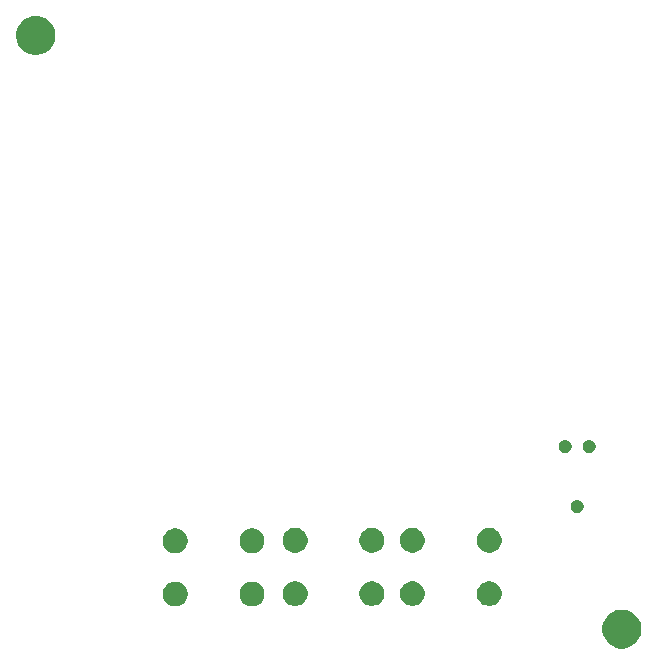
<source format=gbr>
G04 #@! TF.GenerationSoftware,KiCad,Pcbnew,(5.1.5)-3*
G04 #@! TF.CreationDate,2020-02-29T16:25:42-03:00*
G04 #@! TF.ProjectId,BKR01AT,424b5230-3141-4542-9e6b-696361645f70,rev?*
G04 #@! TF.SameCoordinates,Original*
G04 #@! TF.FileFunction,Soldermask,Bot*
G04 #@! TF.FilePolarity,Negative*
%FSLAX46Y46*%
G04 Gerber Fmt 4.6, Leading zero omitted, Abs format (unit mm)*
G04 Created by KiCad (PCBNEW (5.1.5)-3) date 2020-02-29 16:25:42*
%MOMM*%
%LPD*%
G04 APERTURE LIST*
%ADD10C,0.100000*%
G04 APERTURE END LIST*
D10*
G36*
X174631956Y-112348398D02*
G01*
X174738279Y-112369547D01*
X175038742Y-112494003D01*
X175309151Y-112674685D01*
X175539115Y-112904649D01*
X175719797Y-113175058D01*
X175844253Y-113475521D01*
X175907700Y-113794491D01*
X175907700Y-114119709D01*
X175844253Y-114438679D01*
X175719797Y-114739142D01*
X175539115Y-115009551D01*
X175309151Y-115239515D01*
X175038742Y-115420197D01*
X174738279Y-115544653D01*
X174631956Y-115565802D01*
X174419311Y-115608100D01*
X174094089Y-115608100D01*
X173881444Y-115565802D01*
X173775121Y-115544653D01*
X173474658Y-115420197D01*
X173204249Y-115239515D01*
X172974285Y-115009551D01*
X172793603Y-114739142D01*
X172669147Y-114438679D01*
X172605700Y-114119709D01*
X172605700Y-113794491D01*
X172669147Y-113475521D01*
X172793603Y-113175058D01*
X172974285Y-112904649D01*
X173204249Y-112674685D01*
X173474658Y-112494003D01*
X173775121Y-112369547D01*
X173881444Y-112348398D01*
X174094089Y-112306100D01*
X174419311Y-112306100D01*
X174631956Y-112348398D01*
G37*
G36*
X143255364Y-109978889D02*
G01*
X143446633Y-110058115D01*
X143446635Y-110058116D01*
X143618773Y-110173135D01*
X143765165Y-110319527D01*
X143854728Y-110453567D01*
X143880185Y-110491667D01*
X143959411Y-110682936D01*
X143999800Y-110885984D01*
X143999800Y-111093016D01*
X143959411Y-111296064D01*
X143880185Y-111487333D01*
X143880184Y-111487335D01*
X143765165Y-111659473D01*
X143618773Y-111805865D01*
X143446635Y-111920884D01*
X143446634Y-111920885D01*
X143446633Y-111920885D01*
X143255364Y-112000111D01*
X143052316Y-112040500D01*
X142845284Y-112040500D01*
X142642236Y-112000111D01*
X142450967Y-111920885D01*
X142450966Y-111920885D01*
X142450965Y-111920884D01*
X142278827Y-111805865D01*
X142132435Y-111659473D01*
X142017416Y-111487335D01*
X142017415Y-111487333D01*
X141938189Y-111296064D01*
X141897800Y-111093016D01*
X141897800Y-110885984D01*
X141938189Y-110682936D01*
X142017415Y-110491667D01*
X142042873Y-110453567D01*
X142132435Y-110319527D01*
X142278827Y-110173135D01*
X142450965Y-110058116D01*
X142450967Y-110058115D01*
X142642236Y-109978889D01*
X142845284Y-109938500D01*
X143052316Y-109938500D01*
X143255364Y-109978889D01*
G37*
G36*
X136755364Y-109978889D02*
G01*
X136946633Y-110058115D01*
X136946635Y-110058116D01*
X137118773Y-110173135D01*
X137265165Y-110319527D01*
X137354728Y-110453567D01*
X137380185Y-110491667D01*
X137459411Y-110682936D01*
X137499800Y-110885984D01*
X137499800Y-111093016D01*
X137459411Y-111296064D01*
X137380185Y-111487333D01*
X137380184Y-111487335D01*
X137265165Y-111659473D01*
X137118773Y-111805865D01*
X136946635Y-111920884D01*
X136946634Y-111920885D01*
X136946633Y-111920885D01*
X136755364Y-112000111D01*
X136552316Y-112040500D01*
X136345284Y-112040500D01*
X136142236Y-112000111D01*
X135950967Y-111920885D01*
X135950966Y-111920885D01*
X135950965Y-111920884D01*
X135778827Y-111805865D01*
X135632435Y-111659473D01*
X135517416Y-111487335D01*
X135517415Y-111487333D01*
X135438189Y-111296064D01*
X135397800Y-111093016D01*
X135397800Y-110885984D01*
X135438189Y-110682936D01*
X135517415Y-110491667D01*
X135542873Y-110453567D01*
X135632435Y-110319527D01*
X135778827Y-110173135D01*
X135950965Y-110058116D01*
X135950967Y-110058115D01*
X136142236Y-109978889D01*
X136345284Y-109938500D01*
X136552316Y-109938500D01*
X136755364Y-109978889D01*
G37*
G36*
X153402664Y-109940789D02*
G01*
X153593933Y-110020015D01*
X153593935Y-110020016D01*
X153766073Y-110135035D01*
X153912465Y-110281427D01*
X154027485Y-110453567D01*
X154106711Y-110644836D01*
X154147100Y-110847884D01*
X154147100Y-111054916D01*
X154106711Y-111257964D01*
X154090929Y-111296065D01*
X154027484Y-111449235D01*
X153912465Y-111621373D01*
X153766073Y-111767765D01*
X153593935Y-111882784D01*
X153593934Y-111882785D01*
X153593933Y-111882785D01*
X153402664Y-111962011D01*
X153199616Y-112002400D01*
X152992584Y-112002400D01*
X152789536Y-111962011D01*
X152598267Y-111882785D01*
X152598266Y-111882785D01*
X152598265Y-111882784D01*
X152426127Y-111767765D01*
X152279735Y-111621373D01*
X152164716Y-111449235D01*
X152101271Y-111296065D01*
X152085489Y-111257964D01*
X152045100Y-111054916D01*
X152045100Y-110847884D01*
X152085489Y-110644836D01*
X152164715Y-110453567D01*
X152279735Y-110281427D01*
X152426127Y-110135035D01*
X152598265Y-110020016D01*
X152598267Y-110020015D01*
X152789536Y-109940789D01*
X152992584Y-109900400D01*
X153199616Y-109900400D01*
X153402664Y-109940789D01*
G37*
G36*
X146902664Y-109940789D02*
G01*
X147093933Y-110020015D01*
X147093935Y-110020016D01*
X147266073Y-110135035D01*
X147412465Y-110281427D01*
X147527485Y-110453567D01*
X147606711Y-110644836D01*
X147647100Y-110847884D01*
X147647100Y-111054916D01*
X147606711Y-111257964D01*
X147590929Y-111296065D01*
X147527484Y-111449235D01*
X147412465Y-111621373D01*
X147266073Y-111767765D01*
X147093935Y-111882784D01*
X147093934Y-111882785D01*
X147093933Y-111882785D01*
X146902664Y-111962011D01*
X146699616Y-112002400D01*
X146492584Y-112002400D01*
X146289536Y-111962011D01*
X146098267Y-111882785D01*
X146098266Y-111882785D01*
X146098265Y-111882784D01*
X145926127Y-111767765D01*
X145779735Y-111621373D01*
X145664716Y-111449235D01*
X145601271Y-111296065D01*
X145585489Y-111257964D01*
X145545100Y-111054916D01*
X145545100Y-110847884D01*
X145585489Y-110644836D01*
X145664715Y-110453567D01*
X145779735Y-110281427D01*
X145926127Y-110135035D01*
X146098265Y-110020016D01*
X146098267Y-110020015D01*
X146289536Y-109940789D01*
X146492584Y-109900400D01*
X146699616Y-109900400D01*
X146902664Y-109940789D01*
G37*
G36*
X156834064Y-109940789D02*
G01*
X157025333Y-110020015D01*
X157025335Y-110020016D01*
X157197473Y-110135035D01*
X157343865Y-110281427D01*
X157458885Y-110453567D01*
X157538111Y-110644836D01*
X157578500Y-110847884D01*
X157578500Y-111054916D01*
X157538111Y-111257964D01*
X157522329Y-111296065D01*
X157458884Y-111449235D01*
X157343865Y-111621373D01*
X157197473Y-111767765D01*
X157025335Y-111882784D01*
X157025334Y-111882785D01*
X157025333Y-111882785D01*
X156834064Y-111962011D01*
X156631016Y-112002400D01*
X156423984Y-112002400D01*
X156220936Y-111962011D01*
X156029667Y-111882785D01*
X156029666Y-111882785D01*
X156029665Y-111882784D01*
X155857527Y-111767765D01*
X155711135Y-111621373D01*
X155596116Y-111449235D01*
X155532671Y-111296065D01*
X155516889Y-111257964D01*
X155476500Y-111054916D01*
X155476500Y-110847884D01*
X155516889Y-110644836D01*
X155596115Y-110453567D01*
X155711135Y-110281427D01*
X155857527Y-110135035D01*
X156029665Y-110020016D01*
X156029667Y-110020015D01*
X156220936Y-109940789D01*
X156423984Y-109900400D01*
X156631016Y-109900400D01*
X156834064Y-109940789D01*
G37*
G36*
X163334064Y-109940789D02*
G01*
X163525333Y-110020015D01*
X163525335Y-110020016D01*
X163697473Y-110135035D01*
X163843865Y-110281427D01*
X163958885Y-110453567D01*
X164038111Y-110644836D01*
X164078500Y-110847884D01*
X164078500Y-111054916D01*
X164038111Y-111257964D01*
X164022329Y-111296065D01*
X163958884Y-111449235D01*
X163843865Y-111621373D01*
X163697473Y-111767765D01*
X163525335Y-111882784D01*
X163525334Y-111882785D01*
X163525333Y-111882785D01*
X163334064Y-111962011D01*
X163131016Y-112002400D01*
X162923984Y-112002400D01*
X162720936Y-111962011D01*
X162529667Y-111882785D01*
X162529666Y-111882785D01*
X162529665Y-111882784D01*
X162357527Y-111767765D01*
X162211135Y-111621373D01*
X162096116Y-111449235D01*
X162032671Y-111296065D01*
X162016889Y-111257964D01*
X161976500Y-111054916D01*
X161976500Y-110847884D01*
X162016889Y-110644836D01*
X162096115Y-110453567D01*
X162211135Y-110281427D01*
X162357527Y-110135035D01*
X162529665Y-110020016D01*
X162529667Y-110020015D01*
X162720936Y-109940789D01*
X162923984Y-109900400D01*
X163131016Y-109900400D01*
X163334064Y-109940789D01*
G37*
G36*
X136755364Y-105478889D02*
G01*
X136946633Y-105558115D01*
X136946635Y-105558116D01*
X137118773Y-105673135D01*
X137265165Y-105819527D01*
X137354728Y-105953567D01*
X137380185Y-105991667D01*
X137459411Y-106182936D01*
X137499800Y-106385984D01*
X137499800Y-106593016D01*
X137459411Y-106796064D01*
X137380185Y-106987333D01*
X137380184Y-106987335D01*
X137265165Y-107159473D01*
X137118773Y-107305865D01*
X136946635Y-107420884D01*
X136946634Y-107420885D01*
X136946633Y-107420885D01*
X136755364Y-107500111D01*
X136552316Y-107540500D01*
X136345284Y-107540500D01*
X136142236Y-107500111D01*
X135950967Y-107420885D01*
X135950966Y-107420885D01*
X135950965Y-107420884D01*
X135778827Y-107305865D01*
X135632435Y-107159473D01*
X135517416Y-106987335D01*
X135517415Y-106987333D01*
X135438189Y-106796064D01*
X135397800Y-106593016D01*
X135397800Y-106385984D01*
X135438189Y-106182936D01*
X135517415Y-105991667D01*
X135542873Y-105953567D01*
X135632435Y-105819527D01*
X135778827Y-105673135D01*
X135950965Y-105558116D01*
X135950967Y-105558115D01*
X136142236Y-105478889D01*
X136345284Y-105438500D01*
X136552316Y-105438500D01*
X136755364Y-105478889D01*
G37*
G36*
X143255364Y-105478889D02*
G01*
X143446633Y-105558115D01*
X143446635Y-105558116D01*
X143618773Y-105673135D01*
X143765165Y-105819527D01*
X143854728Y-105953567D01*
X143880185Y-105991667D01*
X143959411Y-106182936D01*
X143999800Y-106385984D01*
X143999800Y-106593016D01*
X143959411Y-106796064D01*
X143880185Y-106987333D01*
X143880184Y-106987335D01*
X143765165Y-107159473D01*
X143618773Y-107305865D01*
X143446635Y-107420884D01*
X143446634Y-107420885D01*
X143446633Y-107420885D01*
X143255364Y-107500111D01*
X143052316Y-107540500D01*
X142845284Y-107540500D01*
X142642236Y-107500111D01*
X142450967Y-107420885D01*
X142450966Y-107420885D01*
X142450965Y-107420884D01*
X142278827Y-107305865D01*
X142132435Y-107159473D01*
X142017416Y-106987335D01*
X142017415Y-106987333D01*
X141938189Y-106796064D01*
X141897800Y-106593016D01*
X141897800Y-106385984D01*
X141938189Y-106182936D01*
X142017415Y-105991667D01*
X142042873Y-105953567D01*
X142132435Y-105819527D01*
X142278827Y-105673135D01*
X142450965Y-105558116D01*
X142450967Y-105558115D01*
X142642236Y-105478889D01*
X142845284Y-105438500D01*
X143052316Y-105438500D01*
X143255364Y-105478889D01*
G37*
G36*
X146902664Y-105440789D02*
G01*
X147093933Y-105520015D01*
X147093935Y-105520016D01*
X147266073Y-105635035D01*
X147412465Y-105781427D01*
X147527485Y-105953567D01*
X147606711Y-106144836D01*
X147647100Y-106347884D01*
X147647100Y-106554916D01*
X147606711Y-106757964D01*
X147590929Y-106796065D01*
X147527484Y-106949235D01*
X147412465Y-107121373D01*
X147266073Y-107267765D01*
X147093935Y-107382784D01*
X147093934Y-107382785D01*
X147093933Y-107382785D01*
X146902664Y-107462011D01*
X146699616Y-107502400D01*
X146492584Y-107502400D01*
X146289536Y-107462011D01*
X146098267Y-107382785D01*
X146098266Y-107382785D01*
X146098265Y-107382784D01*
X145926127Y-107267765D01*
X145779735Y-107121373D01*
X145664716Y-106949235D01*
X145601271Y-106796065D01*
X145585489Y-106757964D01*
X145545100Y-106554916D01*
X145545100Y-106347884D01*
X145585489Y-106144836D01*
X145664715Y-105953567D01*
X145779735Y-105781427D01*
X145926127Y-105635035D01*
X146098265Y-105520016D01*
X146098267Y-105520015D01*
X146289536Y-105440789D01*
X146492584Y-105400400D01*
X146699616Y-105400400D01*
X146902664Y-105440789D01*
G37*
G36*
X163334064Y-105440789D02*
G01*
X163525333Y-105520015D01*
X163525335Y-105520016D01*
X163697473Y-105635035D01*
X163843865Y-105781427D01*
X163958885Y-105953567D01*
X164038111Y-106144836D01*
X164078500Y-106347884D01*
X164078500Y-106554916D01*
X164038111Y-106757964D01*
X164022329Y-106796065D01*
X163958884Y-106949235D01*
X163843865Y-107121373D01*
X163697473Y-107267765D01*
X163525335Y-107382784D01*
X163525334Y-107382785D01*
X163525333Y-107382785D01*
X163334064Y-107462011D01*
X163131016Y-107502400D01*
X162923984Y-107502400D01*
X162720936Y-107462011D01*
X162529667Y-107382785D01*
X162529666Y-107382785D01*
X162529665Y-107382784D01*
X162357527Y-107267765D01*
X162211135Y-107121373D01*
X162096116Y-106949235D01*
X162032671Y-106796065D01*
X162016889Y-106757964D01*
X161976500Y-106554916D01*
X161976500Y-106347884D01*
X162016889Y-106144836D01*
X162096115Y-105953567D01*
X162211135Y-105781427D01*
X162357527Y-105635035D01*
X162529665Y-105520016D01*
X162529667Y-105520015D01*
X162720936Y-105440789D01*
X162923984Y-105400400D01*
X163131016Y-105400400D01*
X163334064Y-105440789D01*
G37*
G36*
X153402664Y-105440789D02*
G01*
X153593933Y-105520015D01*
X153593935Y-105520016D01*
X153766073Y-105635035D01*
X153912465Y-105781427D01*
X154027485Y-105953567D01*
X154106711Y-106144836D01*
X154147100Y-106347884D01*
X154147100Y-106554916D01*
X154106711Y-106757964D01*
X154090929Y-106796065D01*
X154027484Y-106949235D01*
X153912465Y-107121373D01*
X153766073Y-107267765D01*
X153593935Y-107382784D01*
X153593934Y-107382785D01*
X153593933Y-107382785D01*
X153402664Y-107462011D01*
X153199616Y-107502400D01*
X152992584Y-107502400D01*
X152789536Y-107462011D01*
X152598267Y-107382785D01*
X152598266Y-107382785D01*
X152598265Y-107382784D01*
X152426127Y-107267765D01*
X152279735Y-107121373D01*
X152164716Y-106949235D01*
X152101271Y-106796065D01*
X152085489Y-106757964D01*
X152045100Y-106554916D01*
X152045100Y-106347884D01*
X152085489Y-106144836D01*
X152164715Y-105953567D01*
X152279735Y-105781427D01*
X152426127Y-105635035D01*
X152598265Y-105520016D01*
X152598267Y-105520015D01*
X152789536Y-105440789D01*
X152992584Y-105400400D01*
X153199616Y-105400400D01*
X153402664Y-105440789D01*
G37*
G36*
X156834064Y-105440789D02*
G01*
X157025333Y-105520015D01*
X157025335Y-105520016D01*
X157197473Y-105635035D01*
X157343865Y-105781427D01*
X157458885Y-105953567D01*
X157538111Y-106144836D01*
X157578500Y-106347884D01*
X157578500Y-106554916D01*
X157538111Y-106757964D01*
X157522329Y-106796065D01*
X157458884Y-106949235D01*
X157343865Y-107121373D01*
X157197473Y-107267765D01*
X157025335Y-107382784D01*
X157025334Y-107382785D01*
X157025333Y-107382785D01*
X156834064Y-107462011D01*
X156631016Y-107502400D01*
X156423984Y-107502400D01*
X156220936Y-107462011D01*
X156029667Y-107382785D01*
X156029666Y-107382785D01*
X156029665Y-107382784D01*
X155857527Y-107267765D01*
X155711135Y-107121373D01*
X155596116Y-106949235D01*
X155532671Y-106796065D01*
X155516889Y-106757964D01*
X155476500Y-106554916D01*
X155476500Y-106347884D01*
X155516889Y-106144836D01*
X155596115Y-105953567D01*
X155711135Y-105781427D01*
X155857527Y-105635035D01*
X156029665Y-105520016D01*
X156029667Y-105520015D01*
X156220936Y-105440789D01*
X156423984Y-105400400D01*
X156631016Y-105400400D01*
X156834064Y-105440789D01*
G37*
G36*
X170578678Y-103032697D02*
G01*
X170631450Y-103043194D01*
X170730870Y-103084375D01*
X170820346Y-103144161D01*
X170896439Y-103220254D01*
X170956225Y-103309730D01*
X170997406Y-103409150D01*
X171018400Y-103514694D01*
X171018400Y-103622306D01*
X170997406Y-103727850D01*
X170956225Y-103827270D01*
X170896439Y-103916746D01*
X170820346Y-103992839D01*
X170730870Y-104052625D01*
X170631450Y-104093806D01*
X170578678Y-104104303D01*
X170525907Y-104114800D01*
X170418293Y-104114800D01*
X170365522Y-104104303D01*
X170312750Y-104093806D01*
X170213330Y-104052625D01*
X170123854Y-103992839D01*
X170047761Y-103916746D01*
X169987975Y-103827270D01*
X169946794Y-103727850D01*
X169925800Y-103622306D01*
X169925800Y-103514694D01*
X169946794Y-103409150D01*
X169987975Y-103309730D01*
X170047761Y-103220254D01*
X170123854Y-103144161D01*
X170213330Y-103084375D01*
X170312750Y-103043194D01*
X170365522Y-103032697D01*
X170418293Y-103022200D01*
X170525907Y-103022200D01*
X170578678Y-103032697D01*
G37*
G36*
X169562678Y-97952697D02*
G01*
X169615450Y-97963194D01*
X169714870Y-98004375D01*
X169804346Y-98064161D01*
X169880439Y-98140254D01*
X169940225Y-98229730D01*
X169981406Y-98329150D01*
X170002400Y-98434694D01*
X170002400Y-98542306D01*
X169981406Y-98647850D01*
X169940225Y-98747270D01*
X169880439Y-98836746D01*
X169804346Y-98912839D01*
X169714870Y-98972625D01*
X169615450Y-99013806D01*
X169562678Y-99024303D01*
X169509907Y-99034800D01*
X169402293Y-99034800D01*
X169349522Y-99024303D01*
X169296750Y-99013806D01*
X169197330Y-98972625D01*
X169107854Y-98912839D01*
X169031761Y-98836746D01*
X168971975Y-98747270D01*
X168930794Y-98647850D01*
X168909800Y-98542306D01*
X168909800Y-98434694D01*
X168930794Y-98329150D01*
X168971975Y-98229730D01*
X169031761Y-98140254D01*
X169107854Y-98064161D01*
X169197330Y-98004375D01*
X169296750Y-97963194D01*
X169349522Y-97952697D01*
X169402293Y-97942200D01*
X169509907Y-97942200D01*
X169562678Y-97952697D01*
G37*
G36*
X171594678Y-97952697D02*
G01*
X171647450Y-97963194D01*
X171746870Y-98004375D01*
X171836346Y-98064161D01*
X171912439Y-98140254D01*
X171972225Y-98229730D01*
X172013406Y-98329150D01*
X172034400Y-98434694D01*
X172034400Y-98542306D01*
X172013406Y-98647850D01*
X171972225Y-98747270D01*
X171912439Y-98836746D01*
X171836346Y-98912839D01*
X171746870Y-98972625D01*
X171647450Y-99013806D01*
X171594678Y-99024303D01*
X171541907Y-99034800D01*
X171434293Y-99034800D01*
X171381522Y-99024303D01*
X171328750Y-99013806D01*
X171229330Y-98972625D01*
X171139854Y-98912839D01*
X171063761Y-98836746D01*
X171003975Y-98747270D01*
X170962794Y-98647850D01*
X170941800Y-98542306D01*
X170941800Y-98434694D01*
X170962794Y-98329150D01*
X171003975Y-98229730D01*
X171063761Y-98140254D01*
X171139854Y-98064161D01*
X171229330Y-98004375D01*
X171328750Y-97963194D01*
X171381522Y-97952697D01*
X171434293Y-97942200D01*
X171541907Y-97942200D01*
X171594678Y-97952697D01*
G37*
G36*
X125013056Y-62081798D02*
G01*
X125119379Y-62102947D01*
X125419842Y-62227403D01*
X125690251Y-62408085D01*
X125920215Y-62638049D01*
X126100897Y-62908458D01*
X126225353Y-63208921D01*
X126288800Y-63527891D01*
X126288800Y-63853109D01*
X126225353Y-64172079D01*
X126100897Y-64472542D01*
X125920215Y-64742951D01*
X125690251Y-64972915D01*
X125419842Y-65153597D01*
X125119379Y-65278053D01*
X125013056Y-65299202D01*
X124800411Y-65341500D01*
X124475189Y-65341500D01*
X124262544Y-65299202D01*
X124156221Y-65278053D01*
X123855758Y-65153597D01*
X123585349Y-64972915D01*
X123355385Y-64742951D01*
X123174703Y-64472542D01*
X123050247Y-64172079D01*
X122986800Y-63853109D01*
X122986800Y-63527891D01*
X123050247Y-63208921D01*
X123174703Y-62908458D01*
X123355385Y-62638049D01*
X123585349Y-62408085D01*
X123855758Y-62227403D01*
X124156221Y-62102947D01*
X124262544Y-62081798D01*
X124475189Y-62039500D01*
X124800411Y-62039500D01*
X125013056Y-62081798D01*
G37*
M02*

</source>
